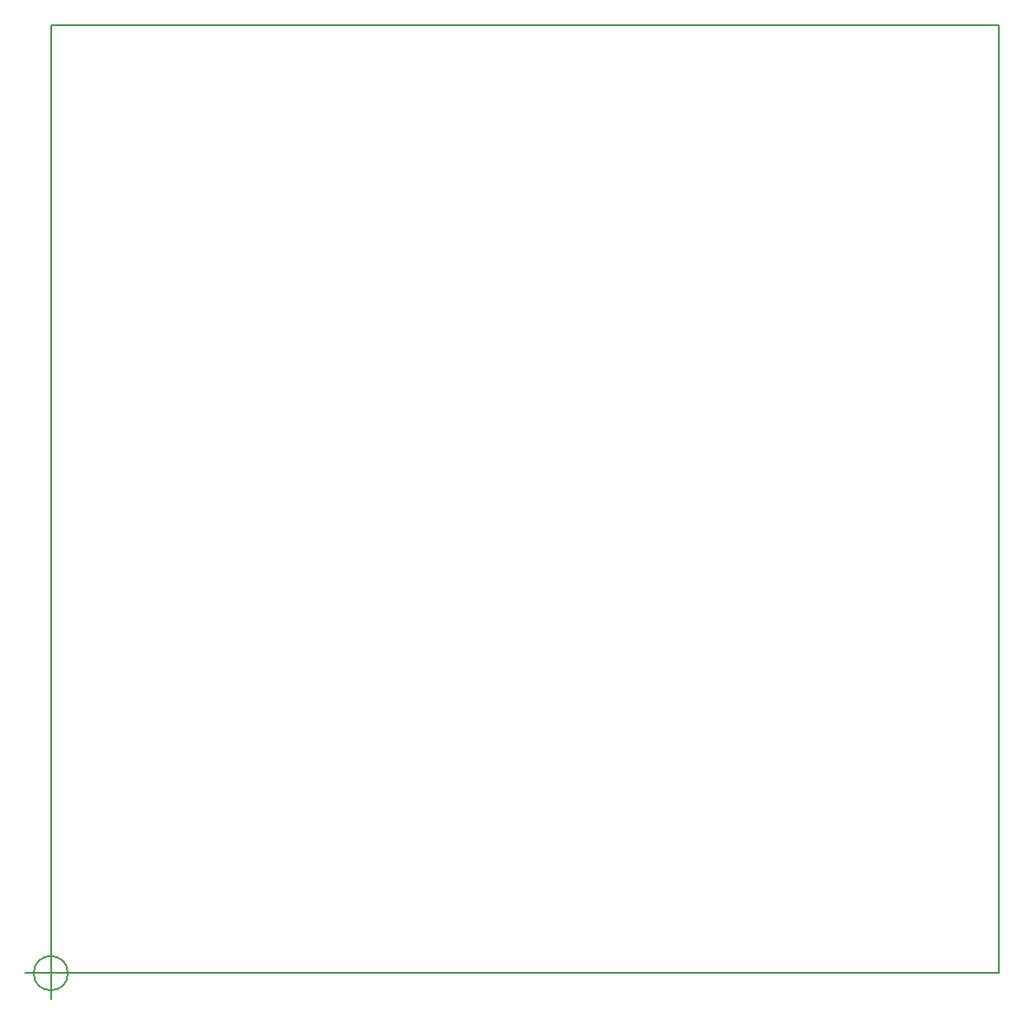
<source format=gbr>
%TF.GenerationSoftware,KiCad,Pcbnew,(5.1.6)-1*%
%TF.CreationDate,2020-06-01T16:59:43-04:00*%
%TF.ProjectId,upsat-comms-hardware,75707361-742d-4636-9f6d-6d732d686172,0.3*%
%TF.SameCoordinates,Original*%
%TF.FileFunction,Profile,NP*%
%FSLAX46Y46*%
G04 Gerber Fmt 4.6, Leading zero omitted, Abs format (unit mm)*
G04 Created by KiCad (PCBNEW (5.1.6)-1) date 2020-06-01 16:59:43*
%MOMM*%
%LPD*%
G01*
G04 APERTURE LIST*
%TA.AperFunction,Profile*%
%ADD10C,0.150000*%
%TD*%
G04 APERTURE END LIST*
D10*
X104166666Y-147100000D02*
G75*
G03*
X104166666Y-147100000I-1666666J0D01*
G01*
X100000000Y-147100000D02*
X105000000Y-147100000D01*
X102500000Y-144600000D02*
X102500000Y-149600000D01*
X102500000Y-147100000D02*
X195000000Y-147100000D01*
X195000000Y-147100000D02*
X195000000Y-54600000D01*
X195000000Y-54600000D02*
X102500000Y-54600000D01*
X102500000Y-54600000D02*
X102500000Y-147100000D01*
M02*

</source>
